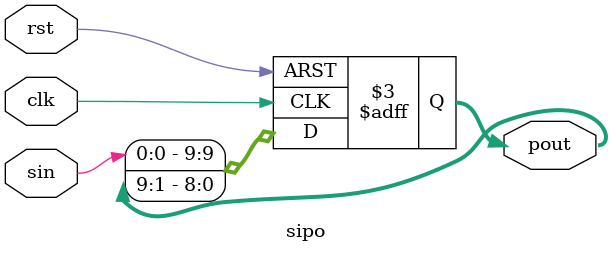
<source format=v>
module sipo(
    input clk,
    input rst,
    input sin,
    output reg [9:0] pout
);
  //  reg [3:0]count;
    always @(posedge clk or negedge rst) begin
        if (!rst)
            begin
            pout<=0;
          //  count<=0;
            end
        else
        //    if(count<10)
            begin
            pout <= {sin, pout[9:1]};
          //  count<=count + 1;
            end
      //  else
         //   if(count == 10)
         //   pout<=0;
    end
endmodule


</source>
